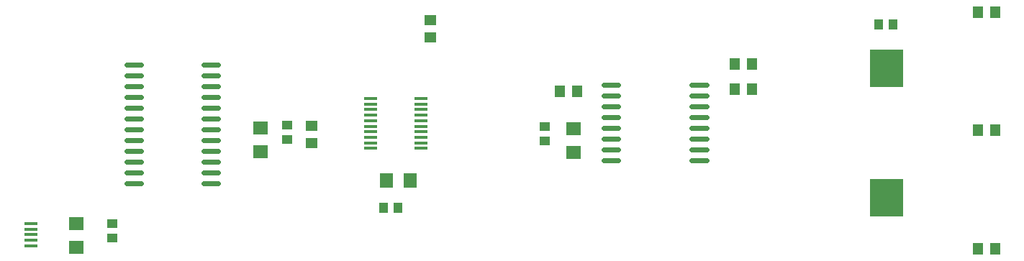
<source format=gtp>
G04 Layer: TopPasteMaskLayer*
G04 EasyEDA v5.9.42, Fri, 19 Apr 2019 15:14:02 GMT*
G04 1b50a63325eb494884fe414bfed8a826*
G04 Gerber Generator version 0.2*
G04 Scale: 100 percent, Rotated: No, Reflected: No *
G04 Dimensions in inches *
G04 leading zeros omitted , absolute positions ,2 integer and 4 decimal *
%FSLAX24Y24*%
%MOIN*%
G90*
G70D02*

%ADD12C,0.023622*%
%ADD15R,0.058800X0.015748*%
%ADD16R,0.157480X0.177165*%
%ADD17R,0.063000X0.070900*%
%ADD18R,0.043300X0.047200*%
%ADD19R,0.070900X0.063000*%
%ADD20R,0.047200X0.043300*%
%ADD21R,0.045670X0.057870*%
%ADD22R,0.057870X0.045670*%
%ADD23R,0.062992X0.015748*%

%LPD*%
G54D12*
G01X10056Y6330D02*
G01X10726Y6330D01*
G01X10056Y6830D02*
G01X10726Y6830D01*
G01X10056Y7330D02*
G01X10726Y7330D01*
G01X10056Y7830D02*
G01X10726Y7830D01*
G01X10056Y8330D02*
G01X10726Y8330D01*
G01X10056Y8830D02*
G01X10726Y8830D01*
G01X10056Y9330D02*
G01X10726Y9330D01*
G01X10056Y9830D02*
G01X10726Y9830D01*
G01X10056Y10330D02*
G01X10726Y10330D01*
G01X10056Y10830D02*
G01X10726Y10830D01*
G01X10056Y11330D02*
G01X10726Y11330D01*
G01X10056Y11830D02*
G01X10726Y11830D01*
G01X6474Y6330D02*
G01X7143Y6330D01*
G01X6474Y6830D02*
G01X7143Y6830D01*
G01X6474Y7330D02*
G01X7143Y7330D01*
G01X6474Y7830D02*
G01X7143Y7830D01*
G01X6474Y8330D02*
G01X7143Y8330D01*
G01X6474Y8830D02*
G01X7143Y8830D01*
G01X6474Y9330D02*
G01X7143Y9330D01*
G01X6474Y9830D02*
G01X7143Y9830D01*
G01X6474Y10330D02*
G01X7143Y10330D01*
G01X6474Y10830D02*
G01X7143Y10830D01*
G01X6474Y11330D02*
G01X7143Y11330D01*
G01X6474Y11830D02*
G01X7143Y11830D01*
G01X32663Y7394D02*
G01X33333Y7394D01*
G01X32663Y7894D02*
G01X33333Y7894D01*
G01X32663Y8394D02*
G01X33333Y8394D01*
G01X32663Y8894D02*
G01X33333Y8894D01*
G01X32663Y9394D02*
G01X33333Y9394D01*
G01X32663Y9894D02*
G01X33333Y9894D01*
G01X32663Y10394D02*
G01X33333Y10394D01*
G01X32663Y10894D02*
G01X33333Y10894D01*
G01X28573Y7394D02*
G01X29243Y7394D01*
G01X28573Y7894D02*
G01X29243Y7894D01*
G01X28573Y8394D02*
G01X29243Y8394D01*
G01X28573Y8894D02*
G01X29243Y8894D01*
G01X28573Y9394D02*
G01X29243Y9394D01*
G01X28573Y9894D02*
G01X29243Y9894D01*
G01X28573Y10394D02*
G01X29243Y10394D01*
G01X28573Y10894D02*
G01X29243Y10894D01*
G54D15*
G01X17768Y9228D03*
G01X17768Y8972D03*
G01X17768Y8715D03*
G01X17768Y8460D03*
G01X20130Y9995D03*
G01X17768Y9995D03*
G01X17768Y9739D03*
G01X17768Y9484D03*
G01X20131Y8204D03*
G01X20131Y8459D03*
G01X20131Y8715D03*
G01X20131Y8971D03*
G01X20131Y9228D03*
G01X20131Y9484D03*
G01X17768Y8204D03*
G01X20130Y9739D03*
G01X17768Y10251D03*
G01X17768Y7948D03*
G01X20131Y7948D03*
G01X20131Y10251D03*
G54D16*
G01X41699Y11650D03*
G01X41699Y5650D03*
G54D17*
G01X18500Y6449D03*
G01X19600Y6449D03*
G54D18*
G01X19054Y5200D03*
G01X18385Y5200D03*
G54D19*
G01X12699Y8900D03*
G01X12699Y7800D03*
G54D20*
G01X13921Y8345D03*
G01X13921Y9014D03*
G54D21*
G01X35450Y11850D03*
G01X34650Y11850D03*
G01X35450Y10700D03*
G01X34650Y10700D03*
G54D18*
G01X41300Y13700D03*
G01X41969Y13700D03*
G54D21*
G01X26550Y10600D03*
G01X27350Y10600D03*
G54D19*
G01X27187Y8850D03*
G01X27187Y7750D03*
G54D20*
G01X25850Y8296D03*
G01X25850Y8965D03*
G54D22*
G01X15050Y9003D03*
G01X15050Y8203D03*
G54D19*
G01X4150Y4450D03*
G01X4150Y3350D03*
G54D20*
G01X5800Y3799D03*
G01X5800Y4468D03*
G54D23*
G01X2061Y4461D03*
G01X2061Y4205D03*
G01X2061Y3950D03*
G01X2061Y3694D03*
G01X2061Y3438D03*
G54D21*
G01X46700Y14250D03*
G01X45900Y14250D03*
G01X46700Y8775D03*
G01X45900Y8775D03*
G01X46700Y3300D03*
G01X45900Y3300D03*
G54D22*
G01X20550Y13103D03*
G01X20550Y13903D03*
M00*
M02*

</source>
